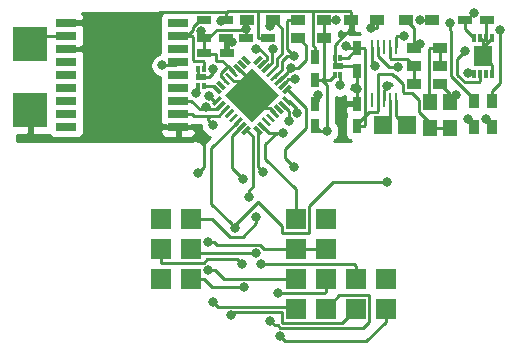
<source format=gbr>
G04 #@! TF.GenerationSoftware,KiCad,Pcbnew,(5.1.5)-3*
G04 #@! TF.CreationDate,2020-04-07T22:18:27-04:00*
G04 #@! TF.ProjectId,PicoTrackerWSPR2Rev2,5069636f-5472-4616-936b-657257535052,rev?*
G04 #@! TF.SameCoordinates,Original*
G04 #@! TF.FileFunction,Copper,L1,Top*
G04 #@! TF.FilePolarity,Positive*
%FSLAX46Y46*%
G04 Gerber Fmt 4.6, Leading zero omitted, Abs format (unit mm)*
G04 Created by KiCad (PCBNEW (5.1.5)-3) date 2020-04-07 22:18:27*
%MOMM*%
%LPD*%
G04 APERTURE LIST*
%ADD10R,0.300000X0.550000*%
%ADD11R,0.860000X0.500000*%
%ADD12R,0.750000X1.200000*%
%ADD13R,1.200000X0.900000*%
%ADD14R,1.193800X1.397000*%
%ADD15R,1.500000X1.500000*%
%ADD16R,3.000000X3.000000*%
%ADD17R,0.248920X1.300000*%
%ADD18R,1.800000X0.700000*%
%ADD19R,1.800000X0.800000*%
%ADD20R,1.200000X0.750000*%
%ADD21R,1.700000X1.700000*%
%ADD22R,0.300000X0.800000*%
%ADD23R,1.550000X1.750000*%
%ADD24R,0.900000X1.200000*%
%ADD25C,0.100000*%
%ADD26C,0.800000*%
%ADD27C,0.250000*%
%ADD28C,0.254000*%
G04 APERTURE END LIST*
D10*
X98675000Y-71030000D03*
X98175000Y-71030000D03*
X98175000Y-72480000D03*
X98675000Y-72480000D03*
D11*
X98425000Y-71755000D03*
D12*
X96520000Y-72898000D03*
X96520000Y-70998000D03*
X100076000Y-70236000D03*
X100076000Y-72136000D03*
X100076000Y-76830000D03*
X100076000Y-74930000D03*
D13*
X104902000Y-73215500D03*
X107102000Y-73215500D03*
X104902000Y-71691500D03*
X107102000Y-71691500D03*
D14*
X106248200Y-76962000D03*
X106248200Y-74752200D03*
X107950000Y-74752200D03*
X107950000Y-76962000D03*
D15*
X102298500Y-76708000D03*
D13*
X104902000Y-70167500D03*
X107102000Y-70167500D03*
D16*
X72390000Y-69850000D03*
X72390000Y-75438000D03*
D17*
X103360220Y-74640000D03*
X102859840Y-74640000D03*
X102362000Y-74640000D03*
X101864160Y-74640000D03*
X101363780Y-74640000D03*
X101363780Y-70140000D03*
X101864160Y-70140000D03*
X102362000Y-70140000D03*
X102859840Y-70140000D03*
X103360220Y-70140000D03*
D15*
X104330500Y-76708000D03*
D18*
X75437800Y-76866200D03*
D19*
X75437800Y-75766200D03*
X75437800Y-74666200D03*
X75437800Y-73566200D03*
X75437800Y-72466200D03*
X75437800Y-71366200D03*
X75437800Y-70266200D03*
X75437800Y-69166200D03*
D18*
X75437800Y-68066200D03*
X84937800Y-68066200D03*
D19*
X84937800Y-69166200D03*
X84937800Y-70266200D03*
X84937800Y-71366200D03*
X84937800Y-72466200D03*
X84937800Y-73566200D03*
X84937800Y-74666200D03*
X84937800Y-75766200D03*
D18*
X84937800Y-76866200D03*
D20*
X89022000Y-67818000D03*
X87122000Y-67818000D03*
D21*
X85979000Y-84645500D03*
X83439000Y-84645500D03*
X97409000Y-84645500D03*
X94869000Y-84645500D03*
D20*
X89022000Y-69342000D03*
X87122000Y-69342000D03*
X92578000Y-69342000D03*
X90678000Y-69342000D03*
D12*
X96520000Y-74930000D03*
X96520000Y-76830000D03*
D20*
X111120000Y-67818000D03*
X109220000Y-67818000D03*
D21*
X94869000Y-87185500D03*
X99949000Y-89725500D03*
X99949000Y-92265500D03*
X97409000Y-89725500D03*
X97409000Y-92265500D03*
X85979000Y-89725500D03*
X85979000Y-87185500D03*
X83439000Y-89725500D03*
X83439000Y-87185500D03*
X94869000Y-92265500D03*
X94869000Y-89725500D03*
X102489000Y-89725500D03*
X102489000Y-92265500D03*
X97409000Y-87185500D03*
D13*
X99590500Y-67818000D03*
X101790500Y-67818000D03*
X106426000Y-67818000D03*
X104226000Y-67818000D03*
D22*
X109994000Y-72366000D03*
X110494000Y-72366000D03*
X110994000Y-72366000D03*
X111494000Y-72366000D03*
X111494000Y-69366000D03*
X110994000Y-69366000D03*
X110494000Y-69366000D03*
X109994000Y-69366000D03*
D23*
X110744000Y-70866000D03*
D24*
X109982000Y-74676000D03*
X109982000Y-76876000D03*
X111506000Y-76876000D03*
X111506000Y-74676000D03*
D13*
X92964000Y-67818000D03*
X90764000Y-67818000D03*
X97282000Y-69342000D03*
X95082000Y-69342000D03*
X95082000Y-67818000D03*
X97282000Y-67818000D03*
G04 #@! TA.AperFunction,SMDPad,CuDef*
D25*
G36*
X88887903Y-74168000D02*
G01*
X91186000Y-71869903D01*
X93484097Y-74168000D01*
X91186000Y-76466097D01*
X88887903Y-74168000D01*
G37*
G04 #@! TD.AperFunction*
G04 #@! TA.AperFunction,SMDPad,CuDef*
G36*
X91274389Y-71392606D02*
G01*
X91875429Y-70791566D01*
X92087561Y-71003698D01*
X91486521Y-71604738D01*
X91274389Y-71392606D01*
G37*
G04 #@! TD.AperFunction*
G04 #@! TA.AperFunction,SMDPad,CuDef*
G36*
X91627942Y-71746159D02*
G01*
X92228982Y-71145119D01*
X92441114Y-71357251D01*
X91840074Y-71958291D01*
X91627942Y-71746159D01*
G37*
G04 #@! TD.AperFunction*
G04 #@! TA.AperFunction,SMDPad,CuDef*
G36*
X91981496Y-72099712D02*
G01*
X92582536Y-71498672D01*
X92794668Y-71710804D01*
X92193628Y-72311844D01*
X91981496Y-72099712D01*
G37*
G04 #@! TD.AperFunction*
G04 #@! TA.AperFunction,SMDPad,CuDef*
G36*
X92335049Y-72453266D02*
G01*
X92936089Y-71852226D01*
X93148221Y-72064358D01*
X92547181Y-72665398D01*
X92335049Y-72453266D01*
G37*
G04 #@! TD.AperFunction*
G04 #@! TA.AperFunction,SMDPad,CuDef*
G36*
X92688602Y-72806819D02*
G01*
X93289642Y-72205779D01*
X93501774Y-72417911D01*
X92900734Y-73018951D01*
X92688602Y-72806819D01*
G37*
G04 #@! TD.AperFunction*
G04 #@! TA.AperFunction,SMDPad,CuDef*
G36*
X93042156Y-73160372D02*
G01*
X93643196Y-72559332D01*
X93855328Y-72771464D01*
X93254288Y-73372504D01*
X93042156Y-73160372D01*
G37*
G04 #@! TD.AperFunction*
G04 #@! TA.AperFunction,SMDPad,CuDef*
G36*
X93395709Y-73513926D02*
G01*
X93996749Y-72912886D01*
X94208881Y-73125018D01*
X93607841Y-73726058D01*
X93395709Y-73513926D01*
G37*
G04 #@! TD.AperFunction*
G04 #@! TA.AperFunction,SMDPad,CuDef*
G36*
X93749262Y-73867479D02*
G01*
X94350302Y-73266439D01*
X94562434Y-73478571D01*
X93961394Y-74079611D01*
X93749262Y-73867479D01*
G37*
G04 #@! TD.AperFunction*
G04 #@! TA.AperFunction,SMDPad,CuDef*
G36*
X94350302Y-75069561D02*
G01*
X93749262Y-74468521D01*
X93961394Y-74256389D01*
X94562434Y-74857429D01*
X94350302Y-75069561D01*
G37*
G04 #@! TD.AperFunction*
G04 #@! TA.AperFunction,SMDPad,CuDef*
G36*
X93996749Y-75423114D02*
G01*
X93395709Y-74822074D01*
X93607841Y-74609942D01*
X94208881Y-75210982D01*
X93996749Y-75423114D01*
G37*
G04 #@! TD.AperFunction*
G04 #@! TA.AperFunction,SMDPad,CuDef*
G36*
X93643196Y-75776668D02*
G01*
X93042156Y-75175628D01*
X93254288Y-74963496D01*
X93855328Y-75564536D01*
X93643196Y-75776668D01*
G37*
G04 #@! TD.AperFunction*
G04 #@! TA.AperFunction,SMDPad,CuDef*
G36*
X93289642Y-76130221D02*
G01*
X92688602Y-75529181D01*
X92900734Y-75317049D01*
X93501774Y-75918089D01*
X93289642Y-76130221D01*
G37*
G04 #@! TD.AperFunction*
G04 #@! TA.AperFunction,SMDPad,CuDef*
G36*
X92936089Y-76483774D02*
G01*
X92335049Y-75882734D01*
X92547181Y-75670602D01*
X93148221Y-76271642D01*
X92936089Y-76483774D01*
G37*
G04 #@! TD.AperFunction*
G04 #@! TA.AperFunction,SMDPad,CuDef*
G36*
X92582536Y-76837328D02*
G01*
X91981496Y-76236288D01*
X92193628Y-76024156D01*
X92794668Y-76625196D01*
X92582536Y-76837328D01*
G37*
G04 #@! TD.AperFunction*
G04 #@! TA.AperFunction,SMDPad,CuDef*
G36*
X92228982Y-77190881D02*
G01*
X91627942Y-76589841D01*
X91840074Y-76377709D01*
X92441114Y-76978749D01*
X92228982Y-77190881D01*
G37*
G04 #@! TD.AperFunction*
G04 #@! TA.AperFunction,SMDPad,CuDef*
G36*
X91875429Y-77544434D02*
G01*
X91274389Y-76943394D01*
X91486521Y-76731262D01*
X92087561Y-77332302D01*
X91875429Y-77544434D01*
G37*
G04 #@! TD.AperFunction*
G04 #@! TA.AperFunction,SMDPad,CuDef*
G36*
X90284439Y-77332302D02*
G01*
X90885479Y-76731262D01*
X91097611Y-76943394D01*
X90496571Y-77544434D01*
X90284439Y-77332302D01*
G37*
G04 #@! TD.AperFunction*
G04 #@! TA.AperFunction,SMDPad,CuDef*
G36*
X89930886Y-76978749D02*
G01*
X90531926Y-76377709D01*
X90744058Y-76589841D01*
X90143018Y-77190881D01*
X89930886Y-76978749D01*
G37*
G04 #@! TD.AperFunction*
G04 #@! TA.AperFunction,SMDPad,CuDef*
G36*
X89577332Y-76625196D02*
G01*
X90178372Y-76024156D01*
X90390504Y-76236288D01*
X89789464Y-76837328D01*
X89577332Y-76625196D01*
G37*
G04 #@! TD.AperFunction*
G04 #@! TA.AperFunction,SMDPad,CuDef*
G36*
X89223779Y-76271642D02*
G01*
X89824819Y-75670602D01*
X90036951Y-75882734D01*
X89435911Y-76483774D01*
X89223779Y-76271642D01*
G37*
G04 #@! TD.AperFunction*
G04 #@! TA.AperFunction,SMDPad,CuDef*
G36*
X88870226Y-75918089D02*
G01*
X89471266Y-75317049D01*
X89683398Y-75529181D01*
X89082358Y-76130221D01*
X88870226Y-75918089D01*
G37*
G04 #@! TD.AperFunction*
G04 #@! TA.AperFunction,SMDPad,CuDef*
G36*
X88516672Y-75564536D02*
G01*
X89117712Y-74963496D01*
X89329844Y-75175628D01*
X88728804Y-75776668D01*
X88516672Y-75564536D01*
G37*
G04 #@! TD.AperFunction*
G04 #@! TA.AperFunction,SMDPad,CuDef*
G36*
X88163119Y-75210982D02*
G01*
X88764159Y-74609942D01*
X88976291Y-74822074D01*
X88375251Y-75423114D01*
X88163119Y-75210982D01*
G37*
G04 #@! TD.AperFunction*
G04 #@! TA.AperFunction,SMDPad,CuDef*
G36*
X87809566Y-74857429D02*
G01*
X88410606Y-74256389D01*
X88622738Y-74468521D01*
X88021698Y-75069561D01*
X87809566Y-74857429D01*
G37*
G04 #@! TD.AperFunction*
G04 #@! TA.AperFunction,SMDPad,CuDef*
G36*
X88410606Y-74079611D02*
G01*
X87809566Y-73478571D01*
X88021698Y-73266439D01*
X88622738Y-73867479D01*
X88410606Y-74079611D01*
G37*
G04 #@! TD.AperFunction*
G04 #@! TA.AperFunction,SMDPad,CuDef*
G36*
X88764159Y-73726058D02*
G01*
X88163119Y-73125018D01*
X88375251Y-72912886D01*
X88976291Y-73513926D01*
X88764159Y-73726058D01*
G37*
G04 #@! TD.AperFunction*
G04 #@! TA.AperFunction,SMDPad,CuDef*
G36*
X89117712Y-73372504D02*
G01*
X88516672Y-72771464D01*
X88728804Y-72559332D01*
X89329844Y-73160372D01*
X89117712Y-73372504D01*
G37*
G04 #@! TD.AperFunction*
G04 #@! TA.AperFunction,SMDPad,CuDef*
G36*
X89471266Y-73018951D02*
G01*
X88870226Y-72417911D01*
X89082358Y-72205779D01*
X89683398Y-72806819D01*
X89471266Y-73018951D01*
G37*
G04 #@! TD.AperFunction*
G04 #@! TA.AperFunction,SMDPad,CuDef*
G36*
X89824819Y-72665398D02*
G01*
X89223779Y-72064358D01*
X89435911Y-71852226D01*
X90036951Y-72453266D01*
X89824819Y-72665398D01*
G37*
G04 #@! TD.AperFunction*
G04 #@! TA.AperFunction,SMDPad,CuDef*
G36*
X90178372Y-72311844D02*
G01*
X89577332Y-71710804D01*
X89789464Y-71498672D01*
X90390504Y-72099712D01*
X90178372Y-72311844D01*
G37*
G04 #@! TD.AperFunction*
G04 #@! TA.AperFunction,SMDPad,CuDef*
G36*
X90531926Y-71958291D02*
G01*
X89930886Y-71357251D01*
X90143018Y-71145119D01*
X90744058Y-71746159D01*
X90531926Y-71958291D01*
G37*
G04 #@! TD.AperFunction*
G04 #@! TA.AperFunction,SMDPad,CuDef*
G36*
X90885479Y-71604738D02*
G01*
X90284439Y-71003698D01*
X90496571Y-70791566D01*
X91097611Y-71392606D01*
X90885479Y-71604738D01*
G37*
G04 #@! TD.AperFunction*
D20*
X89027000Y-70612000D03*
X87127000Y-70612000D03*
D11*
X86868000Y-72669400D03*
D10*
X87118000Y-73394400D03*
X86618000Y-73394400D03*
X86618000Y-71944400D03*
X87118000Y-71944400D03*
D26*
X110744000Y-70866000D03*
X108458000Y-74168000D03*
X89662000Y-74168000D03*
X80264000Y-74676000D03*
X100050991Y-73660000D03*
X102597087Y-73406153D03*
X86614000Y-80771994D03*
X87429002Y-86614000D03*
X105410000Y-69850000D03*
X96774000Y-74168000D03*
X89478103Y-69729454D03*
X88551544Y-67916989D03*
X87868002Y-72009000D03*
X82880200Y-67614800D03*
X97536000Y-77216000D03*
X93827032Y-77355329D03*
X98298000Y-67818004D03*
X90678000Y-68580000D03*
X109972276Y-67198010D03*
X86878059Y-68794720D03*
X86437844Y-73964800D03*
X104064312Y-69166575D03*
X99146624Y-69987195D03*
X91943800Y-88506554D03*
X92959699Y-70317012D03*
X89429204Y-92819009D03*
X91509689Y-70270476D03*
X109486814Y-72353177D03*
X94507642Y-71895108D03*
X93377021Y-90932000D03*
X101555629Y-71704607D03*
X94742014Y-70866000D03*
X92713766Y-93269020D03*
X103559009Y-71840011D03*
X109236041Y-70461306D03*
X90502067Y-90450510D03*
X90932000Y-82803988D03*
X92119232Y-80725303D03*
X91537032Y-87593010D03*
X92719493Y-68366994D03*
X91538910Y-84474595D03*
X90424000Y-81248328D03*
X90330844Y-88485145D03*
X87884000Y-91694000D03*
X87884000Y-76708000D03*
X87468304Y-88978377D03*
X87330307Y-75218417D03*
X101253994Y-68543010D03*
X107950000Y-68098061D03*
X112180808Y-68697972D03*
X105426080Y-67818000D03*
X102616000Y-81534000D03*
X89780156Y-85438979D03*
X93566235Y-94615495D03*
X94705010Y-80264008D03*
X83592388Y-71664193D03*
X87552500Y-74222961D03*
X109474000Y-76236990D03*
X95022024Y-75727343D03*
X111026665Y-76196151D03*
X94278545Y-76396121D03*
X94787543Y-72855150D03*
X98600979Y-73366086D03*
D27*
X91186000Y-74168000D02*
X89662000Y-74168000D01*
X89683399Y-73018952D02*
X89276812Y-72612365D01*
X90036952Y-73018952D02*
X89683399Y-73018952D01*
X91186000Y-74168000D02*
X90036952Y-73018952D01*
X91186000Y-73107340D02*
X89983918Y-71905258D01*
X91186000Y-74168000D02*
X91186000Y-73107340D01*
X89117383Y-69437383D02*
X89022000Y-69342000D01*
X98175000Y-71505000D02*
X98425000Y-71755000D01*
X98175000Y-71030000D02*
X98175000Y-71505000D01*
X98199999Y-69908501D02*
X98199999Y-71529999D01*
X98199999Y-71529999D02*
X98425000Y-71755000D01*
X99590500Y-68518000D02*
X98199999Y-69908501D01*
X99590500Y-67818000D02*
X99590500Y-68518000D01*
X100076000Y-73685009D02*
X100050991Y-73660000D01*
X100076000Y-72136000D02*
X100076000Y-73634991D01*
X100076000Y-73634991D02*
X100050991Y-73660000D01*
X100076000Y-74930000D02*
X100076000Y-73685009D01*
X99695000Y-71755000D02*
X98425000Y-71755000D01*
X100076000Y-72136000D02*
X99695000Y-71755000D01*
X102362000Y-73740000D02*
X102616000Y-73486000D01*
X102362000Y-74640000D02*
X102362000Y-73740000D01*
X102616000Y-73425066D02*
X102597087Y-73406153D01*
X102616000Y-73486000D02*
X102616000Y-73425066D01*
X107950000Y-74676000D02*
X108458000Y-74168000D01*
X107950000Y-74752200D02*
X107950000Y-74676000D01*
X107950000Y-74063500D02*
X107102000Y-73215500D01*
X107950000Y-74752200D02*
X107950000Y-74063500D01*
X111494000Y-71616000D02*
X111494000Y-72366000D01*
X110744000Y-70866000D02*
X111494000Y-71616000D01*
X110744000Y-69616000D02*
X110494000Y-69366000D01*
X110744000Y-69616000D02*
X110994000Y-69366000D01*
X110744000Y-70866000D02*
X110744000Y-69616000D01*
X110744000Y-70116000D02*
X111494000Y-69366000D01*
X110744000Y-70866000D02*
X110744000Y-70116000D01*
X104902000Y-68494000D02*
X104226000Y-67818000D01*
X104902000Y-70167500D02*
X104902000Y-68494000D01*
X96520000Y-70148000D02*
X96520000Y-70998000D01*
X96356999Y-69984999D02*
X96520000Y-70148000D01*
X96356999Y-67107999D02*
X96356999Y-69984999D01*
X96421999Y-67042999D02*
X96356999Y-67107999D01*
X99515499Y-67042999D02*
X96421999Y-67042999D01*
X91624001Y-67042999D02*
X89172001Y-67042999D01*
X91689001Y-67107999D02*
X91624001Y-67042999D01*
X91689001Y-69303001D02*
X91689001Y-67107999D01*
X91728000Y-69342000D02*
X91689001Y-69303001D01*
X92578000Y-69342000D02*
X91728000Y-69342000D01*
X92202524Y-87185500D02*
X94869000Y-87185500D01*
X87429002Y-86614000D02*
X87994687Y-86614000D01*
X91885033Y-86868009D02*
X92202524Y-87185500D01*
X87994687Y-86614000D02*
X88248696Y-86868009D01*
X88248696Y-86868009D02*
X91885033Y-86868009D01*
X95969000Y-87185500D02*
X97409000Y-87185500D01*
X94869000Y-87185500D02*
X95969000Y-87185500D01*
X86614000Y-80771994D02*
X87122000Y-80263994D01*
X86087800Y-76866200D02*
X84937800Y-76866200D01*
X87122000Y-77900400D02*
X86087800Y-76866200D01*
X87122000Y-80263994D02*
X87122000Y-77900400D01*
X110994000Y-67944000D02*
X111120000Y-67818000D01*
X110994000Y-69366000D02*
X110994000Y-67944000D01*
X104902000Y-70167500D02*
X105092500Y-70167500D01*
X105092500Y-70167500D02*
X105410000Y-69850000D01*
X96774000Y-74676000D02*
X96520000Y-74930000D01*
X96774000Y-74168000D02*
X96774000Y-74676000D01*
X92335048Y-75317048D02*
X91186000Y-74168000D01*
X92688601Y-75317048D02*
X92335048Y-75317048D01*
X93095188Y-75723635D02*
X92688601Y-75317048D01*
X89022000Y-67193000D02*
X89022000Y-67818000D01*
X89172001Y-67042999D02*
X89022000Y-67193000D01*
X99515499Y-67042999D02*
X89172001Y-67042999D01*
X99590500Y-67118000D02*
X99515499Y-67042999D01*
X99590500Y-67818000D02*
X99590500Y-67118000D01*
X89022000Y-69342000D02*
X89034545Y-69329455D01*
X89034545Y-69329455D02*
X89078104Y-69329455D01*
X89078104Y-69329455D02*
X89478103Y-69729454D01*
X89022000Y-67818000D02*
X88923011Y-67916989D01*
X88923011Y-67916989D02*
X88551544Y-67916989D01*
X87868002Y-72349398D02*
X87868002Y-72009000D01*
X86868000Y-72669400D02*
X87548000Y-72669400D01*
X87548000Y-72669400D02*
X87868002Y-72349398D01*
X86618000Y-72419400D02*
X86618000Y-71944400D01*
X86868000Y-72669400D02*
X86618000Y-72419400D01*
X89022000Y-67193000D02*
X88946999Y-67117999D01*
X83377001Y-67117999D02*
X82880200Y-67614800D01*
X88946999Y-67117999D02*
X83377001Y-67117999D01*
X97757000Y-72898000D02*
X98175000Y-72480000D01*
X96520000Y-72898000D02*
X97757000Y-72898000D01*
X96906000Y-77216000D02*
X96520000Y-76830000D01*
X97536000Y-77216000D02*
X96906000Y-77216000D01*
X90678000Y-69342000D02*
X90609500Y-69342000D01*
X92605562Y-77355329D02*
X93261347Y-77355329D01*
X92034528Y-76784295D02*
X92605562Y-77355329D01*
X93261347Y-77355329D02*
X93827032Y-77355329D01*
X97282000Y-67818000D02*
X97282000Y-69342000D01*
X97145000Y-72898000D02*
X96520000Y-72898000D01*
X97282000Y-72761000D02*
X97145000Y-72898000D01*
X97282000Y-69342000D02*
X97282000Y-72761000D01*
X97536000Y-73289000D02*
X97536000Y-77216000D01*
X97145000Y-72898000D02*
X97536000Y-73289000D01*
X90678000Y-67904000D02*
X90764000Y-67818000D01*
X90678000Y-69342000D02*
X90678000Y-67904000D01*
X97282000Y-67818000D02*
X98297996Y-67818000D01*
X98297996Y-67818000D02*
X98298000Y-67818004D01*
X90764000Y-68518000D02*
X90702000Y-68580000D01*
X90702000Y-68580000D02*
X90678000Y-68580000D01*
X90764000Y-67818000D02*
X90764000Y-68518000D01*
X94869000Y-82169000D02*
X94869000Y-84645500D01*
X92266017Y-79566017D02*
X94869000Y-82169000D01*
X93261347Y-77355329D02*
X92266017Y-78350660D01*
X92266017Y-78350660D02*
X92266017Y-79566017D01*
X109220000Y-68592000D02*
X109994000Y-69366000D01*
X109220000Y-67818000D02*
X109220000Y-68592000D01*
X109572277Y-67598009D02*
X109972276Y-67198010D01*
X109352286Y-67818000D02*
X109572277Y-67598009D01*
X109220000Y-67818000D02*
X109352286Y-67818000D01*
X88545216Y-72587876D02*
X88923258Y-72965918D01*
X87127000Y-69347000D02*
X87122000Y-69342000D01*
X87127000Y-70612000D02*
X87127000Y-69347000D01*
X89630365Y-72258812D02*
X89126553Y-71755000D01*
X90678000Y-69342000D02*
X90678000Y-68717000D01*
X88202999Y-68641999D02*
X87666998Y-69178000D01*
X90678000Y-68717000D02*
X90602999Y-68641999D01*
X90602999Y-68641999D02*
X88202999Y-68641999D01*
X87352000Y-70612000D02*
X87127000Y-70612000D01*
X87453600Y-70713600D02*
X87352000Y-70612000D01*
X88683554Y-71312001D02*
X88166999Y-71312001D01*
X89126553Y-71755000D02*
X88683554Y-71312001D01*
X88166999Y-71312001D02*
X88101999Y-71247001D01*
X88101999Y-71247001D02*
X88101999Y-70713600D01*
X88101999Y-70713600D02*
X87453600Y-70713600D01*
X89000784Y-71880769D02*
X89126553Y-71755000D01*
X88947732Y-71880769D02*
X89000784Y-71880769D01*
X88773000Y-72815660D02*
X88773000Y-72780319D01*
X88923258Y-72965918D02*
X88773000Y-72815660D01*
X88545216Y-72283285D02*
X88947732Y-71880769D01*
X88773000Y-72780319D02*
X88545216Y-72552535D01*
X88545216Y-72552535D02*
X88545216Y-72283285D01*
X86674200Y-73964800D02*
X86437844Y-73964800D01*
X86618000Y-73784644D02*
X86437844Y-73964800D01*
X86618000Y-73394400D02*
X86618000Y-73784644D01*
X99282000Y-71030000D02*
X100076000Y-70236000D01*
X98675000Y-71030000D02*
X99282000Y-71030000D01*
X101864160Y-75540000D02*
X101864160Y-74640000D01*
X101771161Y-75632999D02*
X101864160Y-75540000D01*
X101048001Y-75632999D02*
X101771161Y-75632999D01*
X100076000Y-76605000D02*
X101048001Y-75632999D01*
X100076000Y-76830000D02*
X100076000Y-76605000D01*
X106248200Y-76962000D02*
X107950000Y-76962000D01*
X103360220Y-69240000D02*
X103433645Y-69166575D01*
X103433645Y-69166575D02*
X104064312Y-69166575D01*
X103360220Y-70140000D02*
X103360220Y-69240000D01*
X100076000Y-70236000D02*
X99395429Y-70236000D01*
X99395429Y-70236000D02*
X99146624Y-69987195D01*
X99075000Y-71030000D02*
X98675000Y-71030000D01*
X100701000Y-76830000D02*
X100776001Y-76754999D01*
X100776001Y-76754999D02*
X100776001Y-70311001D01*
X100701000Y-70236000D02*
X100076000Y-70236000D01*
X100076000Y-76830000D02*
X100701000Y-76830000D01*
X100776001Y-70311001D02*
X100701000Y-70236000D01*
X106248200Y-76540698D02*
X106248200Y-76962000D01*
X105326299Y-75618797D02*
X106248200Y-76540698D01*
X103976999Y-73925501D02*
X104041999Y-73990501D01*
X103211007Y-72565013D02*
X103299013Y-72565013D01*
X103299013Y-72565013D02*
X103976999Y-73242999D01*
X101864160Y-72390000D02*
X103035994Y-72390000D01*
X101864160Y-74640000D02*
X101864160Y-72390000D01*
X103035994Y-72390000D02*
X103211007Y-72565013D01*
X105326299Y-74592299D02*
X105326299Y-75618797D01*
X103976999Y-73242999D02*
X103976999Y-73925501D01*
X104041999Y-73990501D02*
X104724501Y-73990501D01*
X104724501Y-73990501D02*
X105326299Y-74592299D01*
X99830054Y-88506554D02*
X92509485Y-88506554D01*
X99949000Y-88625500D02*
X99830054Y-88506554D01*
X92509485Y-88506554D02*
X91943800Y-88506554D01*
X99949000Y-89725500D02*
X99949000Y-88625500D01*
X92862582Y-70414129D02*
X92959699Y-70317012D01*
X92862582Y-71430758D02*
X92862582Y-70414129D01*
X92388082Y-71905258D02*
X92862582Y-71430758D01*
X93693999Y-92544010D02*
X89704203Y-92544010D01*
X98773999Y-93440501D02*
X93758999Y-93440501D01*
X99949000Y-92265500D02*
X98773999Y-93440501D01*
X93693999Y-93375501D02*
X93693999Y-92544010D01*
X89704203Y-92544010D02*
X89429204Y-92819009D01*
X93758999Y-93440501D02*
X93693999Y-93375501D01*
X92034528Y-71551705D02*
X92412571Y-71173662D01*
X92412571Y-70869072D02*
X91813975Y-70270476D01*
X91813975Y-70270476D02*
X91509689Y-70270476D01*
X92412571Y-71173662D02*
X92412571Y-70869072D01*
X109499637Y-72366000D02*
X109486814Y-72353177D01*
X109994000Y-72366000D02*
X109499637Y-72366000D01*
X93448742Y-72954008D02*
X94107643Y-72295107D01*
X93448742Y-72965918D02*
X93448742Y-72954008D01*
X94107643Y-72295107D02*
X94507642Y-71895108D01*
X95721002Y-69981002D02*
X95721002Y-71247433D01*
X95082000Y-69342000D02*
X95721002Y-69981002D01*
X95073327Y-71895108D02*
X94507642Y-71895108D01*
X95721002Y-71247433D02*
X95073327Y-71895108D01*
X97302500Y-90932000D02*
X93942706Y-90932000D01*
X97409000Y-90825500D02*
X97302500Y-90932000D01*
X97409000Y-89725500D02*
X97409000Y-90825500D01*
X93942706Y-90932000D02*
X93377021Y-90932000D01*
X101363780Y-71512758D02*
X101555629Y-71704607D01*
X101363780Y-70140000D02*
X101363780Y-71512758D01*
X93762604Y-71279723D02*
X94176329Y-70866000D01*
X93095188Y-72612365D02*
X93762604Y-71944949D01*
X93762604Y-71944949D02*
X93762604Y-71279723D01*
X94176329Y-70866000D02*
X94742014Y-70866000D01*
X93351106Y-93669019D02*
X93113765Y-93669019D01*
X101124001Y-93375501D02*
X100608990Y-93890512D01*
X101124001Y-91155499D02*
X101124001Y-93375501D01*
X93572599Y-93890512D02*
X93351106Y-93669019D01*
X100608990Y-93890512D02*
X93572599Y-93890512D01*
X97409000Y-92265500D02*
X98584001Y-91090499D01*
X93113765Y-93669019D02*
X92713766Y-93269020D01*
X101059001Y-91090499D02*
X101124001Y-91155499D01*
X98584001Y-91090499D02*
X101059001Y-91090499D01*
X101864160Y-70140000D02*
X101864160Y-70893811D01*
X102810360Y-71840011D02*
X102993324Y-71840011D01*
X101864160Y-70893811D02*
X102810360Y-71840011D01*
X102993324Y-71840011D02*
X103559009Y-71840011D01*
X110494000Y-72366000D02*
X110494000Y-73016000D01*
X110418999Y-73091001D02*
X109199318Y-73091001D01*
X108836042Y-70861305D02*
X109236041Y-70461306D01*
X110494000Y-73016000D02*
X110418999Y-73091001D01*
X108566001Y-72457684D02*
X108566001Y-71131346D01*
X109199318Y-73091001D02*
X108566001Y-72457684D01*
X108566001Y-71131346D02*
X108836042Y-70861305D01*
X95082000Y-67818000D02*
X94232000Y-67818000D01*
X94134711Y-67915289D02*
X94134711Y-70258697D01*
X94134711Y-70258697D02*
X94342015Y-70466001D01*
X94342015Y-70466001D02*
X94742014Y-70866000D01*
X94232000Y-67818000D02*
X94134711Y-67915289D01*
X87804010Y-90450510D02*
X89936382Y-90450510D01*
X85979000Y-89725500D02*
X87079000Y-89725500D01*
X87079000Y-89725500D02*
X87804010Y-90450510D01*
X89936382Y-90450510D02*
X90502067Y-90450510D01*
X91228841Y-81941462D02*
X90932000Y-82238303D01*
X91228841Y-77675664D02*
X91228841Y-81941462D01*
X90932000Y-82238303D02*
X90932000Y-82803988D01*
X90691025Y-77137848D02*
X91228841Y-77675664D01*
X91680975Y-80287046D02*
X92119232Y-80725303D01*
X91680975Y-77137848D02*
X91680975Y-80287046D01*
X85979000Y-87185500D02*
X86386510Y-87593010D01*
X90971347Y-87593010D02*
X91537032Y-87593010D01*
X86386510Y-87593010D02*
X90971347Y-87593010D01*
X92719493Y-67937163D02*
X92719493Y-68366994D01*
X92838656Y-67818000D02*
X92719493Y-67937163D01*
X92964000Y-67818000D02*
X92838656Y-67818000D01*
X87821911Y-84645500D02*
X89340400Y-86163989D01*
X85979000Y-84645500D02*
X87821911Y-84645500D01*
X90415201Y-86163989D02*
X91538910Y-85040280D01*
X91538910Y-85040280D02*
X91538910Y-84474595D01*
X89340400Y-86163989D02*
X90415201Y-86163989D01*
X93684700Y-68538700D02*
X92964000Y-67818000D01*
X92741635Y-72258812D02*
X93312593Y-71687854D01*
X93312593Y-71037120D02*
X93684700Y-70665013D01*
X93312593Y-71687854D02*
X93312593Y-71037120D01*
X93684700Y-70665013D02*
X93684700Y-68538700D01*
X89516001Y-77605766D02*
X89516001Y-80340329D01*
X89516001Y-80340329D02*
X90024001Y-80848329D01*
X90337472Y-76784295D02*
X89516001Y-77605766D01*
X90024001Y-80848329D02*
X90424000Y-81248328D01*
X83439000Y-87185500D02*
X83439000Y-88285500D01*
X83514001Y-88360501D02*
X87089001Y-88360501D01*
X87364356Y-88085146D02*
X89930845Y-88085146D01*
X83439000Y-88285500D02*
X83514001Y-88360501D01*
X89930845Y-88085146D02*
X90330844Y-88485145D01*
X87089001Y-88360501D02*
X87364356Y-88085146D01*
X88349921Y-75943419D02*
X88923258Y-75370082D01*
X87630000Y-75946000D02*
X88349921Y-75943419D01*
X87627419Y-75943419D02*
X87630000Y-75946000D01*
X94697499Y-92093999D02*
X94869000Y-92265500D01*
X87884000Y-91694000D02*
X88283999Y-92093999D01*
X88283999Y-92093999D02*
X94697499Y-92093999D01*
X87484001Y-76086837D02*
X87484001Y-76308001D01*
X87627419Y-75943419D02*
X87484001Y-76086837D01*
X87484001Y-76308001D02*
X87884000Y-76708000D01*
X86087800Y-75766200D02*
X86265019Y-75943419D01*
X84937800Y-75766200D02*
X86087800Y-75766200D01*
X86265019Y-75943419D02*
X87627419Y-75943419D01*
X93769000Y-89725500D02*
X94869000Y-89725500D01*
X88781112Y-89725500D02*
X93769000Y-89725500D01*
X88033989Y-88978377D02*
X88781112Y-89725500D01*
X87468304Y-88978377D02*
X88033989Y-88978377D01*
X87419429Y-75394571D02*
X86767567Y-75394571D01*
X86039196Y-74666200D02*
X84937800Y-74666200D01*
X86767567Y-75394571D02*
X86039196Y-74666200D01*
X88569705Y-75016528D02*
X88191662Y-75394571D01*
X88191662Y-75394571D02*
X87419429Y-75394571D01*
X87419429Y-75394571D02*
X87419429Y-75307539D01*
X87419429Y-75307539D02*
X87330307Y-75218417D01*
X73073800Y-69166200D02*
X75437800Y-69166200D01*
X72390000Y-69850000D02*
X73073800Y-69166200D01*
X101790500Y-67818000D02*
X101790500Y-68518000D01*
X101765490Y-68543010D02*
X101253994Y-68543010D01*
X101790500Y-68518000D02*
X101765490Y-68543010D01*
X108027001Y-68740747D02*
X107950000Y-68663746D01*
X109982000Y-74526000D02*
X108027001Y-72571001D01*
X107950000Y-68663746D02*
X107950000Y-68098061D01*
X108027001Y-72571001D02*
X108027001Y-68740747D01*
X109982000Y-74676000D02*
X109982000Y-74526000D01*
X111506000Y-74676000D02*
X111506000Y-73826000D01*
X112180808Y-73151192D02*
X112180808Y-68697972D01*
X111506000Y-73826000D02*
X112180808Y-73151192D01*
X106426000Y-67818000D02*
X105426080Y-67818000D01*
X104902000Y-71691500D02*
X104902000Y-73215500D01*
X104325501Y-71115001D02*
X102934841Y-71115001D01*
X104902000Y-71691500D02*
X104325501Y-71115001D01*
X102934841Y-71115001D02*
X102859840Y-71040000D01*
X102859840Y-71040000D02*
X102859840Y-70140000D01*
X106252000Y-70167500D02*
X107102000Y-70167500D01*
X106176999Y-70242501D02*
X106252000Y-70167500D01*
X106176999Y-74680999D02*
X106176999Y-70242501D01*
X106248200Y-74752200D02*
X106176999Y-74680999D01*
X107102000Y-70167500D02*
X107102000Y-71691500D01*
X89380157Y-85038980D02*
X89780156Y-85438979D01*
X89983918Y-76430742D02*
X87720528Y-78694132D01*
X87720528Y-83379351D02*
X89380157Y-85038980D01*
X87720528Y-78694132D02*
X87720528Y-83379351D01*
X98045500Y-81534000D02*
X96044001Y-83535499D01*
X102616000Y-81534000D02*
X98045500Y-81534000D01*
X96044001Y-83535499D02*
X96044001Y-85755501D01*
X96044001Y-85755501D02*
X95979001Y-85820501D01*
X91678641Y-83254011D02*
X89780156Y-85152496D01*
X89780156Y-85152496D02*
X89780156Y-85438979D01*
X93693999Y-85269369D02*
X91678641Y-83254011D01*
X93758999Y-85820501D02*
X93693999Y-85755501D01*
X93693999Y-85755501D02*
X93693999Y-85269369D01*
X95979001Y-85820501D02*
X93758999Y-85820501D01*
X102489000Y-93365500D02*
X100839006Y-95015494D01*
X102489000Y-92265500D02*
X102489000Y-93365500D01*
X93966234Y-95015494D02*
X93566235Y-94615495D01*
X100839006Y-95015494D02*
X93966234Y-95015494D01*
X93980000Y-79538998D02*
X94705010Y-80264008D01*
X95758000Y-76962000D02*
X93980000Y-78740000D01*
X94155848Y-73673025D02*
X95758000Y-75275177D01*
X93980000Y-78740000D02*
X93980000Y-79538998D01*
X95758000Y-75275177D02*
X95758000Y-76962000D01*
X84639807Y-71664193D02*
X84937800Y-71366200D01*
X83592388Y-71664193D02*
X84639807Y-71664193D01*
X88216152Y-74662975D02*
X87992514Y-74662975D01*
X87992514Y-74662975D02*
X87552500Y-74222961D01*
X109982000Y-76744990D02*
X109873999Y-76636989D01*
X109873999Y-76636989D02*
X109474000Y-76236990D01*
X109982000Y-76876000D02*
X109982000Y-76744990D01*
X94287247Y-74662975D02*
X95022024Y-75397752D01*
X95022024Y-75397752D02*
X95022024Y-75727343D01*
X94155848Y-74662975D02*
X94287247Y-74662975D01*
X111026665Y-76196151D02*
X111026665Y-76396665D01*
X111026665Y-76396665D02*
X111506000Y-76876000D01*
X94278545Y-75830436D02*
X94278545Y-76396121D01*
X94278545Y-75492778D02*
X94278545Y-75830436D01*
X93802295Y-75016528D02*
X94278545Y-75492778D01*
X93802295Y-73319472D02*
X94266617Y-72855150D01*
X94266617Y-72855150D02*
X94787543Y-72855150D01*
X98675000Y-72480000D02*
X98675000Y-73292065D01*
X98675000Y-73292065D02*
X98600979Y-73366086D01*
X87937527Y-73394400D02*
X88216152Y-73673025D01*
X87118000Y-73394400D02*
X87937527Y-73394400D01*
X102859840Y-76146660D02*
X102859840Y-74640000D01*
X102298500Y-76708000D02*
X102859840Y-76146660D01*
X104330500Y-76708000D02*
X104140000Y-76708000D01*
X104140000Y-76708000D02*
X103378000Y-75946000D01*
X103360220Y-75540000D02*
X103360220Y-74640000D01*
X103378000Y-75557780D02*
X103360220Y-75540000D01*
X103378000Y-75946000D02*
X103378000Y-75557780D01*
X86770010Y-67818000D02*
X87138843Y-67818000D01*
X85672802Y-69166200D02*
X86162801Y-68676201D01*
X86087800Y-69166200D02*
X84937800Y-69166200D01*
X86162801Y-68425209D02*
X86770010Y-67818000D01*
X84937800Y-69166200D02*
X85672802Y-69166200D01*
X86162801Y-71207803D02*
X86162801Y-69241201D01*
X86162801Y-68676201D02*
X86162801Y-68425209D01*
X86162801Y-69241201D02*
X86087800Y-69166200D01*
X86266999Y-71312001D02*
X86162801Y-71207803D01*
X87010601Y-71312001D02*
X86266999Y-71312001D01*
X87118000Y-71419400D02*
X87010601Y-71312001D01*
X87118000Y-71944400D02*
X87118000Y-71419400D01*
D28*
G36*
X83586615Y-67265015D02*
G01*
X83507263Y-67361706D01*
X83448298Y-67472020D01*
X83411988Y-67591718D01*
X83399728Y-67716200D01*
X83399728Y-68416200D01*
X83411988Y-68540682D01*
X83427312Y-68591200D01*
X83411988Y-68641718D01*
X83399728Y-68766200D01*
X83399728Y-69566200D01*
X83411988Y-69690682D01*
X83419729Y-69716200D01*
X83411988Y-69741718D01*
X83399728Y-69866200D01*
X83399728Y-70647238D01*
X83290490Y-70668967D01*
X83102132Y-70746988D01*
X82932614Y-70860256D01*
X82788451Y-71004419D01*
X82675183Y-71173937D01*
X82597162Y-71362295D01*
X82557388Y-71562254D01*
X82557388Y-71766132D01*
X82597162Y-71966091D01*
X82675183Y-72154449D01*
X82788451Y-72323967D01*
X82932614Y-72468130D01*
X83102132Y-72581398D01*
X83290490Y-72659419D01*
X83399728Y-72681148D01*
X83399728Y-72866200D01*
X83411988Y-72990682D01*
X83419729Y-73016200D01*
X83411988Y-73041718D01*
X83399728Y-73166200D01*
X83399728Y-73966200D01*
X83411988Y-74090682D01*
X83419729Y-74116200D01*
X83411988Y-74141718D01*
X83399728Y-74266200D01*
X83399728Y-75066200D01*
X83411988Y-75190682D01*
X83419729Y-75216200D01*
X83411988Y-75241718D01*
X83399728Y-75366200D01*
X83399728Y-76166200D01*
X83411988Y-76290682D01*
X83427312Y-76341200D01*
X83411988Y-76391718D01*
X83399728Y-76516200D01*
X83402800Y-76580450D01*
X83561550Y-76739200D01*
X83762747Y-76739200D01*
X83793620Y-76755702D01*
X83913318Y-76792012D01*
X84037800Y-76804272D01*
X85837800Y-76804272D01*
X85962282Y-76792012D01*
X86081980Y-76755702D01*
X86112853Y-76739200D01*
X86314050Y-76739200D01*
X86349831Y-76703419D01*
X86833602Y-76703419D01*
X86849000Y-76732226D01*
X86849000Y-76809939D01*
X86888774Y-77009898D01*
X86966795Y-77198256D01*
X87080063Y-77367774D01*
X87224226Y-77511937D01*
X87393744Y-77625205D01*
X87582102Y-77703226D01*
X87627586Y-77712273D01*
X87209531Y-78130328D01*
X87180527Y-78154131D01*
X87141510Y-78201674D01*
X87085554Y-78269856D01*
X87065420Y-78307524D01*
X86987403Y-78229507D01*
X86826202Y-78121797D01*
X86647086Y-78047604D01*
X86456937Y-78009781D01*
X86263063Y-78009781D01*
X86072914Y-78047604D01*
X86012171Y-78072765D01*
X85986283Y-78064912D01*
X85885647Y-78055000D01*
X85852000Y-78051686D01*
X85818353Y-78055000D01*
X71297000Y-78055000D01*
X71297000Y-77575042D01*
X72104250Y-77573000D01*
X72263000Y-77414250D01*
X72263000Y-75565000D01*
X72243000Y-75565000D01*
X72243000Y-75311000D01*
X72263000Y-75311000D01*
X72263000Y-75291000D01*
X72517000Y-75291000D01*
X72517000Y-75311000D01*
X72537000Y-75311000D01*
X72537000Y-75565000D01*
X72517000Y-75565000D01*
X72517000Y-77414250D01*
X72675750Y-77573000D01*
X73890000Y-77576072D01*
X74004129Y-77564832D01*
X74007263Y-77570694D01*
X74086615Y-77667385D01*
X74183306Y-77746737D01*
X74293620Y-77805702D01*
X74413318Y-77842012D01*
X74537800Y-77854272D01*
X76337800Y-77854272D01*
X76462282Y-77842012D01*
X76581980Y-77805702D01*
X76692294Y-77746737D01*
X76788985Y-77667385D01*
X76868337Y-77570694D01*
X76927302Y-77460380D01*
X76963612Y-77340682D01*
X76975872Y-77216200D01*
X83399728Y-77216200D01*
X83411988Y-77340682D01*
X83448298Y-77460380D01*
X83507263Y-77570694D01*
X83586615Y-77667385D01*
X83683306Y-77746737D01*
X83793620Y-77805702D01*
X83913318Y-77842012D01*
X84037800Y-77854272D01*
X84652050Y-77851200D01*
X84810800Y-77692450D01*
X84810800Y-76993200D01*
X85064800Y-76993200D01*
X85064800Y-77692450D01*
X85223550Y-77851200D01*
X85837800Y-77854272D01*
X85962282Y-77842012D01*
X86081980Y-77805702D01*
X86192294Y-77746737D01*
X86288985Y-77667385D01*
X86368337Y-77570694D01*
X86427302Y-77460380D01*
X86463612Y-77340682D01*
X86475872Y-77216200D01*
X86472800Y-77151950D01*
X86314050Y-76993200D01*
X85064800Y-76993200D01*
X84810800Y-76993200D01*
X83561550Y-76993200D01*
X83402800Y-77151950D01*
X83399728Y-77216200D01*
X76975872Y-77216200D01*
X76975872Y-76516200D01*
X76963612Y-76391718D01*
X76948288Y-76341200D01*
X76963612Y-76290682D01*
X76975872Y-76166200D01*
X76975872Y-75366200D01*
X76963612Y-75241718D01*
X76955871Y-75216200D01*
X76963612Y-75190682D01*
X76975872Y-75066200D01*
X76975872Y-74266200D01*
X76963612Y-74141718D01*
X76955871Y-74116200D01*
X76963612Y-74090682D01*
X76975872Y-73966200D01*
X76975872Y-73166200D01*
X76963612Y-73041718D01*
X76955871Y-73016200D01*
X76963612Y-72990682D01*
X76975872Y-72866200D01*
X76975872Y-72066200D01*
X76963612Y-71941718D01*
X76955871Y-71916200D01*
X76963612Y-71890682D01*
X76975872Y-71766200D01*
X76975872Y-70966200D01*
X76963612Y-70841718D01*
X76955871Y-70816200D01*
X76963612Y-70790682D01*
X76975872Y-70666200D01*
X76972800Y-70551950D01*
X76814050Y-70393200D01*
X76612853Y-70393200D01*
X76581980Y-70376698D01*
X76462282Y-70340388D01*
X76337800Y-70328128D01*
X75290800Y-70328128D01*
X75290800Y-70204272D01*
X76337800Y-70204272D01*
X76462282Y-70192012D01*
X76581980Y-70155702D01*
X76612853Y-70139200D01*
X76814050Y-70139200D01*
X76972800Y-69980450D01*
X76975872Y-69866200D01*
X76963612Y-69741718D01*
X76955871Y-69716200D01*
X76963612Y-69690682D01*
X76975872Y-69566200D01*
X76975872Y-68766200D01*
X76963612Y-68641718D01*
X76948288Y-68591200D01*
X76963612Y-68540682D01*
X76975872Y-68416200D01*
X76972800Y-68351950D01*
X76814050Y-68193200D01*
X76612853Y-68193200D01*
X76581980Y-68176698D01*
X76462282Y-68140388D01*
X76337800Y-68128128D01*
X75290800Y-68128128D01*
X75290800Y-67939200D01*
X75310800Y-67939200D01*
X75310800Y-67919200D01*
X75564800Y-67919200D01*
X75564800Y-67939200D01*
X76814050Y-67939200D01*
X76972800Y-67780450D01*
X76975872Y-67716200D01*
X76963612Y-67591718D01*
X76927302Y-67472020D01*
X76868337Y-67361706D01*
X76788985Y-67265015D01*
X76749974Y-67233000D01*
X83625626Y-67233000D01*
X83586615Y-67265015D01*
G37*
X83586615Y-67265015D02*
X83507263Y-67361706D01*
X83448298Y-67472020D01*
X83411988Y-67591718D01*
X83399728Y-67716200D01*
X83399728Y-68416200D01*
X83411988Y-68540682D01*
X83427312Y-68591200D01*
X83411988Y-68641718D01*
X83399728Y-68766200D01*
X83399728Y-69566200D01*
X83411988Y-69690682D01*
X83419729Y-69716200D01*
X83411988Y-69741718D01*
X83399728Y-69866200D01*
X83399728Y-70647238D01*
X83290490Y-70668967D01*
X83102132Y-70746988D01*
X82932614Y-70860256D01*
X82788451Y-71004419D01*
X82675183Y-71173937D01*
X82597162Y-71362295D01*
X82557388Y-71562254D01*
X82557388Y-71766132D01*
X82597162Y-71966091D01*
X82675183Y-72154449D01*
X82788451Y-72323967D01*
X82932614Y-72468130D01*
X83102132Y-72581398D01*
X83290490Y-72659419D01*
X83399728Y-72681148D01*
X83399728Y-72866200D01*
X83411988Y-72990682D01*
X83419729Y-73016200D01*
X83411988Y-73041718D01*
X83399728Y-73166200D01*
X83399728Y-73966200D01*
X83411988Y-74090682D01*
X83419729Y-74116200D01*
X83411988Y-74141718D01*
X83399728Y-74266200D01*
X83399728Y-75066200D01*
X83411988Y-75190682D01*
X83419729Y-75216200D01*
X83411988Y-75241718D01*
X83399728Y-75366200D01*
X83399728Y-76166200D01*
X83411988Y-76290682D01*
X83427312Y-76341200D01*
X83411988Y-76391718D01*
X83399728Y-76516200D01*
X83402800Y-76580450D01*
X83561550Y-76739200D01*
X83762747Y-76739200D01*
X83793620Y-76755702D01*
X83913318Y-76792012D01*
X84037800Y-76804272D01*
X85837800Y-76804272D01*
X85962282Y-76792012D01*
X86081980Y-76755702D01*
X86112853Y-76739200D01*
X86314050Y-76739200D01*
X86349831Y-76703419D01*
X86833602Y-76703419D01*
X86849000Y-76732226D01*
X86849000Y-76809939D01*
X86888774Y-77009898D01*
X86966795Y-77198256D01*
X87080063Y-77367774D01*
X87224226Y-77511937D01*
X87393744Y-77625205D01*
X87582102Y-77703226D01*
X87627586Y-77712273D01*
X87209531Y-78130328D01*
X87180527Y-78154131D01*
X87141510Y-78201674D01*
X87085554Y-78269856D01*
X87065420Y-78307524D01*
X86987403Y-78229507D01*
X86826202Y-78121797D01*
X86647086Y-78047604D01*
X86456937Y-78009781D01*
X86263063Y-78009781D01*
X86072914Y-78047604D01*
X86012171Y-78072765D01*
X85986283Y-78064912D01*
X85885647Y-78055000D01*
X85852000Y-78051686D01*
X85818353Y-78055000D01*
X71297000Y-78055000D01*
X71297000Y-77575042D01*
X72104250Y-77573000D01*
X72263000Y-77414250D01*
X72263000Y-75565000D01*
X72243000Y-75565000D01*
X72243000Y-75311000D01*
X72263000Y-75311000D01*
X72263000Y-75291000D01*
X72517000Y-75291000D01*
X72517000Y-75311000D01*
X72537000Y-75311000D01*
X72537000Y-75565000D01*
X72517000Y-75565000D01*
X72517000Y-77414250D01*
X72675750Y-77573000D01*
X73890000Y-77576072D01*
X74004129Y-77564832D01*
X74007263Y-77570694D01*
X74086615Y-77667385D01*
X74183306Y-77746737D01*
X74293620Y-77805702D01*
X74413318Y-77842012D01*
X74537800Y-77854272D01*
X76337800Y-77854272D01*
X76462282Y-77842012D01*
X76581980Y-77805702D01*
X76692294Y-77746737D01*
X76788985Y-77667385D01*
X76868337Y-77570694D01*
X76927302Y-77460380D01*
X76963612Y-77340682D01*
X76975872Y-77216200D01*
X83399728Y-77216200D01*
X83411988Y-77340682D01*
X83448298Y-77460380D01*
X83507263Y-77570694D01*
X83586615Y-77667385D01*
X83683306Y-77746737D01*
X83793620Y-77805702D01*
X83913318Y-77842012D01*
X84037800Y-77854272D01*
X84652050Y-77851200D01*
X84810800Y-77692450D01*
X84810800Y-76993200D01*
X85064800Y-76993200D01*
X85064800Y-77692450D01*
X85223550Y-77851200D01*
X85837800Y-77854272D01*
X85962282Y-77842012D01*
X86081980Y-77805702D01*
X86192294Y-77746737D01*
X86288985Y-77667385D01*
X86368337Y-77570694D01*
X86427302Y-77460380D01*
X86463612Y-77340682D01*
X86475872Y-77216200D01*
X86472800Y-77151950D01*
X86314050Y-76993200D01*
X85064800Y-76993200D01*
X84810800Y-76993200D01*
X83561550Y-76993200D01*
X83402800Y-77151950D01*
X83399728Y-77216200D01*
X76975872Y-77216200D01*
X76975872Y-76516200D01*
X76963612Y-76391718D01*
X76948288Y-76341200D01*
X76963612Y-76290682D01*
X76975872Y-76166200D01*
X76975872Y-75366200D01*
X76963612Y-75241718D01*
X76955871Y-75216200D01*
X76963612Y-75190682D01*
X76975872Y-75066200D01*
X76975872Y-74266200D01*
X76963612Y-74141718D01*
X76955871Y-74116200D01*
X76963612Y-74090682D01*
X76975872Y-73966200D01*
X76975872Y-73166200D01*
X76963612Y-73041718D01*
X76955871Y-73016200D01*
X76963612Y-72990682D01*
X76975872Y-72866200D01*
X76975872Y-72066200D01*
X76963612Y-71941718D01*
X76955871Y-71916200D01*
X76963612Y-71890682D01*
X76975872Y-71766200D01*
X76975872Y-70966200D01*
X76963612Y-70841718D01*
X76955871Y-70816200D01*
X76963612Y-70790682D01*
X76975872Y-70666200D01*
X76972800Y-70551950D01*
X76814050Y-70393200D01*
X76612853Y-70393200D01*
X76581980Y-70376698D01*
X76462282Y-70340388D01*
X76337800Y-70328128D01*
X75290800Y-70328128D01*
X75290800Y-70204272D01*
X76337800Y-70204272D01*
X76462282Y-70192012D01*
X76581980Y-70155702D01*
X76612853Y-70139200D01*
X76814050Y-70139200D01*
X76972800Y-69980450D01*
X76975872Y-69866200D01*
X76963612Y-69741718D01*
X76955871Y-69716200D01*
X76963612Y-69690682D01*
X76975872Y-69566200D01*
X76975872Y-68766200D01*
X76963612Y-68641718D01*
X76948288Y-68591200D01*
X76963612Y-68540682D01*
X76975872Y-68416200D01*
X76972800Y-68351950D01*
X76814050Y-68193200D01*
X76612853Y-68193200D01*
X76581980Y-68176698D01*
X76462282Y-68140388D01*
X76337800Y-68128128D01*
X75290800Y-68128128D01*
X75290800Y-67939200D01*
X75310800Y-67939200D01*
X75310800Y-67919200D01*
X75564800Y-67919200D01*
X75564800Y-67939200D01*
X76814050Y-67939200D01*
X76972800Y-67780450D01*
X76975872Y-67716200D01*
X76963612Y-67591718D01*
X76927302Y-67472020D01*
X76868337Y-67361706D01*
X76788985Y-67265015D01*
X76749974Y-67233000D01*
X83625626Y-67233000D01*
X83586615Y-67265015D01*
G36*
X99062928Y-74330000D02*
G01*
X99066000Y-74644250D01*
X99224750Y-74803000D01*
X99949000Y-74803000D01*
X99949000Y-74783000D01*
X100016001Y-74783000D01*
X100016001Y-75077000D01*
X99949000Y-75077000D01*
X99949000Y-75057000D01*
X99224750Y-75057000D01*
X99066000Y-75215750D01*
X99062928Y-75530000D01*
X99075188Y-75654482D01*
X99111498Y-75774180D01*
X99168061Y-75880000D01*
X99111498Y-75985820D01*
X99075188Y-76105518D01*
X99062928Y-76230000D01*
X99062928Y-77430000D01*
X99075188Y-77554482D01*
X99111498Y-77674180D01*
X99170463Y-77784494D01*
X99249815Y-77881185D01*
X99346506Y-77960537D01*
X99456820Y-78019502D01*
X99573841Y-78055000D01*
X98143298Y-78055000D01*
X98195774Y-78019937D01*
X98339937Y-77875774D01*
X98453205Y-77706256D01*
X98531226Y-77517898D01*
X98571000Y-77317939D01*
X98571000Y-77114061D01*
X98531226Y-76914102D01*
X98453205Y-76725744D01*
X98339937Y-76556226D01*
X98296000Y-76512289D01*
X98296000Y-74360036D01*
X98299081Y-74361312D01*
X98499040Y-74401086D01*
X98702918Y-74401086D01*
X98902877Y-74361312D01*
X99066520Y-74293528D01*
X99062928Y-74330000D01*
G37*
X99062928Y-74330000D02*
X99066000Y-74644250D01*
X99224750Y-74803000D01*
X99949000Y-74803000D01*
X99949000Y-74783000D01*
X100016001Y-74783000D01*
X100016001Y-75077000D01*
X99949000Y-75077000D01*
X99949000Y-75057000D01*
X99224750Y-75057000D01*
X99066000Y-75215750D01*
X99062928Y-75530000D01*
X99075188Y-75654482D01*
X99111498Y-75774180D01*
X99168061Y-75880000D01*
X99111498Y-75985820D01*
X99075188Y-76105518D01*
X99062928Y-76230000D01*
X99062928Y-77430000D01*
X99075188Y-77554482D01*
X99111498Y-77674180D01*
X99170463Y-77784494D01*
X99249815Y-77881185D01*
X99346506Y-77960537D01*
X99456820Y-78019502D01*
X99573841Y-78055000D01*
X98143298Y-78055000D01*
X98195774Y-78019937D01*
X98339937Y-77875774D01*
X98453205Y-77706256D01*
X98531226Y-77517898D01*
X98571000Y-77317939D01*
X98571000Y-77114061D01*
X98531226Y-76914102D01*
X98453205Y-76725744D01*
X98339937Y-76556226D01*
X98296000Y-76512289D01*
X98296000Y-74360036D01*
X98299081Y-74361312D01*
X98499040Y-74401086D01*
X98702918Y-74401086D01*
X98902877Y-74361312D01*
X99066520Y-74293528D01*
X99062928Y-74330000D01*
G36*
X96647000Y-74803000D02*
G01*
X96667000Y-74803000D01*
X96667000Y-75057000D01*
X96647000Y-75057000D01*
X96647000Y-75077000D01*
X96492081Y-75077000D01*
X96463546Y-74982930D01*
X96446092Y-74950276D01*
X96392974Y-74850900D01*
X96373000Y-74826562D01*
X96373000Y-74803000D01*
X96393000Y-74803000D01*
X96393000Y-74783000D01*
X96647000Y-74783000D01*
X96647000Y-74803000D01*
G37*
X96647000Y-74803000D02*
X96667000Y-74803000D01*
X96667000Y-75057000D01*
X96647000Y-75057000D01*
X96647000Y-75077000D01*
X96492081Y-75077000D01*
X96463546Y-74982930D01*
X96446092Y-74950276D01*
X96392974Y-74850900D01*
X96373000Y-74826562D01*
X96373000Y-74803000D01*
X96393000Y-74803000D01*
X96393000Y-74783000D01*
X96647000Y-74783000D01*
X96647000Y-74803000D01*
G36*
X108077000Y-74625200D02*
G01*
X108097000Y-74625200D01*
X108097000Y-74879200D01*
X108077000Y-74879200D01*
X108077000Y-74899200D01*
X107823000Y-74899200D01*
X107823000Y-74879200D01*
X107803000Y-74879200D01*
X107803000Y-74625200D01*
X107823000Y-74625200D01*
X107823000Y-74605200D01*
X108077000Y-74605200D01*
X108077000Y-74625200D01*
G37*
X108077000Y-74625200D02*
X108097000Y-74625200D01*
X108097000Y-74879200D01*
X108077000Y-74879200D01*
X108077000Y-74899200D01*
X107823000Y-74899200D01*
X107823000Y-74879200D01*
X107803000Y-74879200D01*
X107803000Y-74625200D01*
X107823000Y-74625200D01*
X107823000Y-74605200D01*
X108077000Y-74605200D01*
X108077000Y-74625200D01*
G36*
X91379748Y-74153858D02*
G01*
X91365605Y-74168000D01*
X91379748Y-74182143D01*
X91200143Y-74361748D01*
X91186000Y-74347605D01*
X91171858Y-74361748D01*
X90992253Y-74182143D01*
X91006395Y-74168000D01*
X90992253Y-74153858D01*
X91171858Y-73974253D01*
X91186000Y-73988395D01*
X91200143Y-73974253D01*
X91379748Y-74153858D01*
G37*
X91379748Y-74153858D02*
X91365605Y-74168000D01*
X91379748Y-74182143D01*
X91200143Y-74361748D01*
X91186000Y-74347605D01*
X91171858Y-74361748D01*
X90992253Y-74182143D01*
X91006395Y-74168000D01*
X90992253Y-74153858D01*
X91171858Y-73974253D01*
X91186000Y-73988395D01*
X91200143Y-73974253D01*
X91379748Y-74153858D01*
G36*
X99948998Y-73371000D02*
G01*
X100016002Y-73371000D01*
X100016001Y-73695000D01*
X99948998Y-73695000D01*
X99948998Y-73853748D01*
X99790250Y-73695000D01*
X99701000Y-73691928D01*
X99581408Y-73703706D01*
X99596205Y-73667984D01*
X99635979Y-73468025D01*
X99635979Y-73367668D01*
X99701000Y-73374072D01*
X99790250Y-73371000D01*
X99948998Y-73212252D01*
X99948998Y-73371000D01*
G37*
X99948998Y-73371000D02*
X100016002Y-73371000D01*
X100016001Y-73695000D01*
X99948998Y-73695000D01*
X99948998Y-73853748D01*
X99790250Y-73695000D01*
X99701000Y-73691928D01*
X99581408Y-73703706D01*
X99596205Y-73667984D01*
X99635979Y-73468025D01*
X99635979Y-73367668D01*
X99701000Y-73374072D01*
X99790250Y-73371000D01*
X99948998Y-73212252D01*
X99948998Y-73371000D01*
G36*
X102786731Y-73199987D02*
G01*
X102918760Y-73270559D01*
X102934546Y-73275348D01*
X103014057Y-73354859D01*
X102984300Y-73351928D01*
X102735380Y-73351928D01*
X102624160Y-73362882D01*
X102624160Y-73150000D01*
X102725822Y-73150000D01*
X102786731Y-73199987D01*
G37*
X102786731Y-73199987D02*
X102918760Y-73270559D01*
X102934546Y-73275348D01*
X103014057Y-73354859D01*
X102984300Y-73351928D01*
X102735380Y-73351928D01*
X102624160Y-73362882D01*
X102624160Y-73150000D01*
X102725822Y-73150000D01*
X102786731Y-73199987D01*
G36*
X107229000Y-73088500D02*
G01*
X107249000Y-73088500D01*
X107249000Y-73342500D01*
X107229000Y-73342500D01*
X107229000Y-73362500D01*
X106975000Y-73362500D01*
X106975000Y-73342500D01*
X106955000Y-73342500D01*
X106955000Y-73088500D01*
X106975000Y-73088500D01*
X106975000Y-73068500D01*
X107229000Y-73068500D01*
X107229000Y-73088500D01*
G37*
X107229000Y-73088500D02*
X107249000Y-73088500D01*
X107249000Y-73342500D01*
X107229000Y-73342500D01*
X107229000Y-73362500D01*
X106975000Y-73362500D01*
X106975000Y-73342500D01*
X106955000Y-73342500D01*
X106955000Y-73088500D01*
X106975000Y-73088500D01*
X106975000Y-73068500D01*
X107229000Y-73068500D01*
X107229000Y-73088500D01*
G36*
X100016002Y-72283000D02*
G01*
X99949000Y-72283000D01*
X99949000Y-72263000D01*
X99929000Y-72263000D01*
X99929000Y-72009000D01*
X99949000Y-72009000D01*
X99949000Y-71989000D01*
X100016002Y-71989000D01*
X100016002Y-72283000D01*
G37*
X100016002Y-72283000D02*
X99949000Y-72283000D01*
X99949000Y-72263000D01*
X99929000Y-72263000D01*
X99929000Y-72009000D01*
X99949000Y-72009000D01*
X99949000Y-71989000D01*
X100016002Y-71989000D01*
X100016002Y-72283000D01*
G36*
X96522001Y-71145000D02*
G01*
X96481002Y-71145000D01*
X96481002Y-70851000D01*
X96522000Y-70851000D01*
X96522001Y-71145000D01*
G37*
X96522001Y-71145000D02*
X96481002Y-71145000D01*
X96481002Y-70851000D01*
X96522000Y-70851000D01*
X96522001Y-71145000D01*
G36*
X110871000Y-70739000D02*
G01*
X110891000Y-70739000D01*
X110891000Y-70993000D01*
X110871000Y-70993000D01*
X110871000Y-71013000D01*
X110617000Y-71013000D01*
X110617000Y-70993000D01*
X110597000Y-70993000D01*
X110597000Y-70739000D01*
X110617000Y-70739000D01*
X110617000Y-70719000D01*
X110871000Y-70719000D01*
X110871000Y-70739000D01*
G37*
X110871000Y-70739000D02*
X110891000Y-70739000D01*
X110891000Y-70993000D01*
X110871000Y-70993000D01*
X110871000Y-71013000D01*
X110617000Y-71013000D01*
X110617000Y-70993000D01*
X110597000Y-70993000D01*
X110597000Y-70739000D01*
X110617000Y-70739000D01*
X110617000Y-70719000D01*
X110871000Y-70719000D01*
X110871000Y-70739000D01*
G36*
X89169000Y-69469000D02*
G01*
X89149000Y-69469000D01*
X89149000Y-70193250D01*
X89154000Y-70198250D01*
X89154000Y-70485000D01*
X89174000Y-70485000D01*
X89174000Y-70731332D01*
X89107830Y-70677027D01*
X88975801Y-70606455D01*
X88880000Y-70577394D01*
X88880000Y-70485000D01*
X88900000Y-70485000D01*
X88900000Y-69760750D01*
X88895000Y-69755750D01*
X88895000Y-69469000D01*
X88875000Y-69469000D01*
X88875000Y-69401999D01*
X89169000Y-69401999D01*
X89169000Y-69469000D01*
G37*
X89169000Y-69469000D02*
X89149000Y-69469000D01*
X89149000Y-70193250D01*
X89154000Y-70198250D01*
X89154000Y-70485000D01*
X89174000Y-70485000D01*
X89174000Y-70731332D01*
X89107830Y-70677027D01*
X88975801Y-70606455D01*
X88880000Y-70577394D01*
X88880000Y-70485000D01*
X88900000Y-70485000D01*
X88900000Y-69760750D01*
X88895000Y-69755750D01*
X88895000Y-69469000D01*
X88875000Y-69469000D01*
X88875000Y-69401999D01*
X89169000Y-69401999D01*
X89169000Y-69469000D01*
G36*
X105029000Y-70040500D02*
G01*
X105049000Y-70040500D01*
X105049000Y-70294500D01*
X105029000Y-70294500D01*
X105029000Y-70314500D01*
X104775000Y-70314500D01*
X104775000Y-70294500D01*
X104755000Y-70294500D01*
X104755000Y-70040500D01*
X104775000Y-70040500D01*
X104775000Y-70020500D01*
X105029000Y-70020500D01*
X105029000Y-70040500D01*
G37*
X105029000Y-70040500D02*
X105049000Y-70040500D01*
X105049000Y-70294500D01*
X105029000Y-70294500D01*
X105029000Y-70314500D01*
X104775000Y-70314500D01*
X104775000Y-70294500D01*
X104755000Y-70294500D01*
X104755000Y-70040500D01*
X104775000Y-70040500D01*
X104775000Y-70020500D01*
X105029000Y-70020500D01*
X105029000Y-70040500D01*
G36*
X92513926Y-69381381D02*
G01*
X92469443Y-69399807D01*
X92431000Y-69425494D01*
X92431000Y-69364886D01*
X92513926Y-69381381D01*
G37*
X92513926Y-69381381D02*
X92469443Y-69399807D01*
X92431000Y-69425494D01*
X92431000Y-69364886D01*
X92513926Y-69381381D01*
G36*
X99717500Y-67691000D02*
G01*
X99737500Y-67691000D01*
X99737500Y-67945000D01*
X99717500Y-67945000D01*
X99717500Y-68744250D01*
X99876250Y-68903000D01*
X100190500Y-68906072D01*
X100280434Y-68897215D01*
X100322151Y-68997928D01*
X99701000Y-68997928D01*
X99576518Y-69010188D01*
X99528022Y-69024899D01*
X99448522Y-68991969D01*
X99248563Y-68952195D01*
X99044685Y-68952195D01*
X98844726Y-68991969D01*
X98656368Y-69069990D01*
X98520072Y-69161060D01*
X98520072Y-68892000D01*
X98513997Y-68830317D01*
X98599898Y-68813230D01*
X98635793Y-68798362D01*
X98636006Y-68798537D01*
X98746320Y-68857502D01*
X98866018Y-68893812D01*
X98990500Y-68906072D01*
X99304750Y-68903000D01*
X99463500Y-68744250D01*
X99463500Y-67945000D01*
X99443500Y-67945000D01*
X99443500Y-67691000D01*
X99463500Y-67691000D01*
X99463500Y-67671000D01*
X99717500Y-67671000D01*
X99717500Y-67691000D01*
G37*
X99717500Y-67691000D02*
X99737500Y-67691000D01*
X99737500Y-67945000D01*
X99717500Y-67945000D01*
X99717500Y-68744250D01*
X99876250Y-68903000D01*
X100190500Y-68906072D01*
X100280434Y-68897215D01*
X100322151Y-68997928D01*
X99701000Y-68997928D01*
X99576518Y-69010188D01*
X99528022Y-69024899D01*
X99448522Y-68991969D01*
X99248563Y-68952195D01*
X99044685Y-68952195D01*
X98844726Y-68991969D01*
X98656368Y-69069990D01*
X98520072Y-69161060D01*
X98520072Y-68892000D01*
X98513997Y-68830317D01*
X98599898Y-68813230D01*
X98635793Y-68798362D01*
X98636006Y-68798537D01*
X98746320Y-68857502D01*
X98866018Y-68893812D01*
X98990500Y-68906072D01*
X99304750Y-68903000D01*
X99463500Y-68744250D01*
X99463500Y-67945000D01*
X99443500Y-67945000D01*
X99443500Y-67691000D01*
X99463500Y-67691000D01*
X99463500Y-67671000D01*
X99717500Y-67671000D01*
X99717500Y-67691000D01*
G36*
X111247000Y-67691000D02*
G01*
X111267000Y-67691000D01*
X111267000Y-67945000D01*
X111247000Y-67945000D01*
X111247000Y-67965000D01*
X110993000Y-67965000D01*
X110993000Y-67945000D01*
X110973000Y-67945000D01*
X110973000Y-67691000D01*
X110993000Y-67691000D01*
X110993000Y-67671000D01*
X111247000Y-67671000D01*
X111247000Y-67691000D01*
G37*
X111247000Y-67691000D02*
X111267000Y-67691000D01*
X111267000Y-67945000D01*
X111247000Y-67945000D01*
X111247000Y-67965000D01*
X110993000Y-67965000D01*
X110993000Y-67945000D01*
X110973000Y-67945000D01*
X110973000Y-67691000D01*
X110993000Y-67691000D01*
X110993000Y-67671000D01*
X111247000Y-67671000D01*
X111247000Y-67691000D01*
G36*
X104353000Y-67691000D02*
G01*
X104373000Y-67691000D01*
X104373000Y-67945000D01*
X104353000Y-67945000D01*
X104353000Y-67965000D01*
X104099000Y-67965000D01*
X104099000Y-67945000D01*
X104079000Y-67945000D01*
X104079000Y-67691000D01*
X104099000Y-67691000D01*
X104099000Y-67671000D01*
X104353000Y-67671000D01*
X104353000Y-67691000D01*
G37*
X104353000Y-67691000D02*
X104373000Y-67691000D01*
X104373000Y-67945000D01*
X104353000Y-67945000D01*
X104353000Y-67965000D01*
X104099000Y-67965000D01*
X104099000Y-67945000D01*
X104079000Y-67945000D01*
X104079000Y-67691000D01*
X104099000Y-67691000D01*
X104099000Y-67671000D01*
X104353000Y-67671000D01*
X104353000Y-67691000D01*
G36*
X89149000Y-67691000D02*
G01*
X89169000Y-67691000D01*
X89169000Y-67881999D01*
X88875000Y-67881999D01*
X88875000Y-67691000D01*
X88895000Y-67691000D01*
X88895000Y-67671000D01*
X89149000Y-67671000D01*
X89149000Y-67691000D01*
G37*
X89149000Y-67691000D02*
X89169000Y-67691000D01*
X89169000Y-67881999D01*
X88875000Y-67881999D01*
X88875000Y-67691000D01*
X88895000Y-67691000D01*
X88895000Y-67671000D01*
X89149000Y-67671000D01*
X89149000Y-67691000D01*
M02*

</source>
